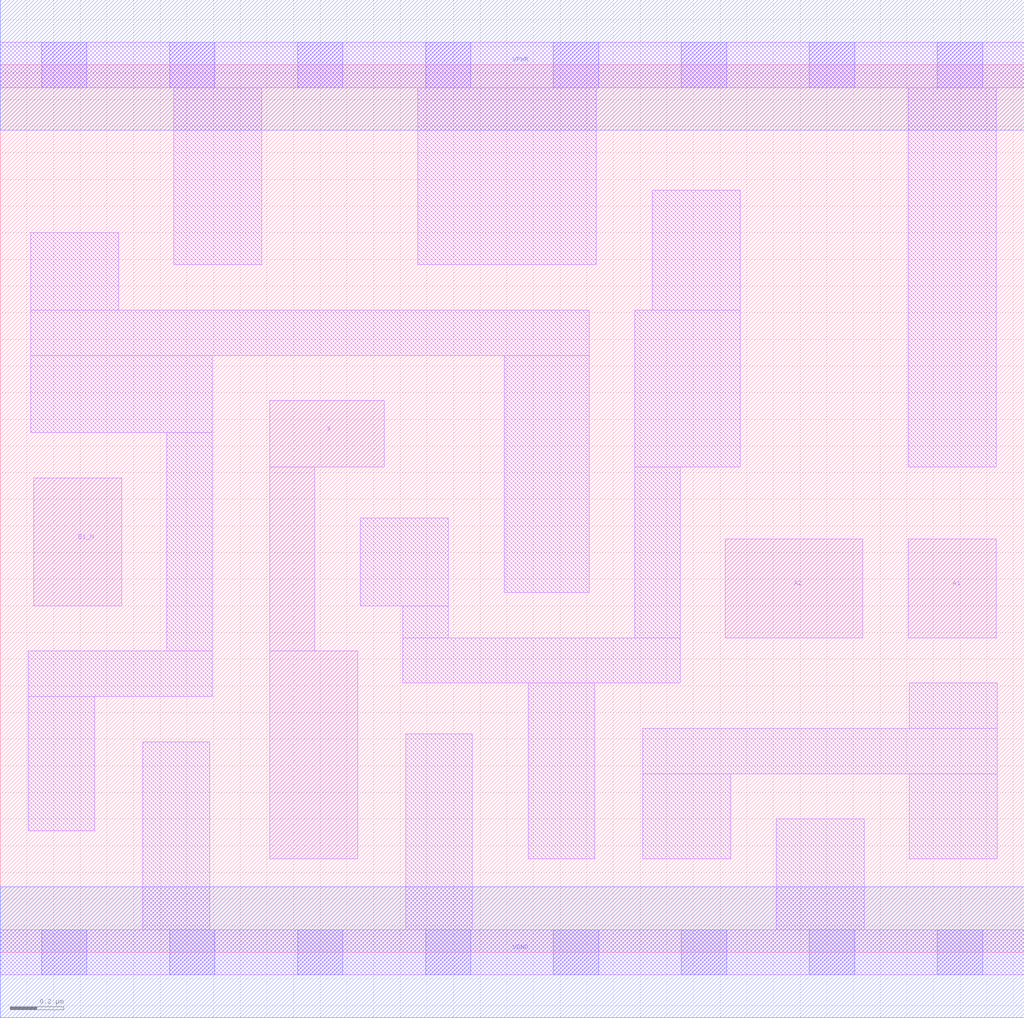
<source format=lef>
# Copyright 2020 The SkyWater PDK Authors
#
# Licensed under the Apache License, Version 2.0 (the "License");
# you may not use this file except in compliance with the License.
# You may obtain a copy of the License at
#
#     https://www.apache.org/licenses/LICENSE-2.0
#
# Unless required by applicable law or agreed to in writing, software
# distributed under the License is distributed on an "AS IS" BASIS,
# WITHOUT WARRANTIES OR CONDITIONS OF ANY KIND, either express or implied.
# See the License for the specific language governing permissions and
# limitations under the License.
#
# SPDX-License-Identifier: Apache-2.0

VERSION 5.5 ;
NAMESCASESENSITIVE ON ;
BUSBITCHARS "[]" ;
DIVIDERCHAR "/" ;
MACRO sky130_fd_sc_ls__o21ba_2
  CLASS CORE ;
  SOURCE USER ;
  ORIGIN  0.000000  0.000000 ;
  SIZE  3.840000 BY  3.330000 ;
  SYMMETRY X Y ;
  SITE unit ;
  PIN A1
    ANTENNAGATEAREA  0.261000 ;
    DIRECTION INPUT ;
    USE SIGNAL ;
    PORT
      LAYER li1 ;
        RECT 3.405000 1.180000 3.735000 1.550000 ;
    END
  END A1
  PIN A2
    ANTENNAGATEAREA  0.261000 ;
    DIRECTION INPUT ;
    USE SIGNAL ;
    PORT
      LAYER li1 ;
        RECT 2.720000 1.180000 3.235000 1.550000 ;
    END
  END A2
  PIN B1_N
    ANTENNAGATEAREA  0.208000 ;
    DIRECTION INPUT ;
    USE SIGNAL ;
    PORT
      LAYER li1 ;
        RECT 0.125000 1.300000 0.455000 1.780000 ;
    END
  END B1_N
  PIN X
    ANTENNADIFFAREA  0.543200 ;
    DIRECTION OUTPUT ;
    USE SIGNAL ;
    PORT
      LAYER li1 ;
        RECT 1.010000 0.350000 1.340000 1.130000 ;
        RECT 1.010000 1.130000 1.180000 1.820000 ;
        RECT 1.010000 1.820000 1.440000 2.070000 ;
    END
  END X
  PIN VGND
    DIRECTION INOUT ;
    SHAPE ABUTMENT ;
    USE GROUND ;
    PORT
      LAYER met1 ;
        RECT 0.000000 -0.245000 3.840000 0.245000 ;
    END
  END VGND
  PIN VNB
    DIRECTION INOUT ;
    USE GROUND ;
    PORT
    END
  END VNB
  PIN VPB
    DIRECTION INOUT ;
    USE POWER ;
    PORT
    END
  END VPB
  PIN VPWR
    DIRECTION INOUT ;
    SHAPE ABUTMENT ;
    USE POWER ;
    PORT
      LAYER met1 ;
        RECT 0.000000 3.085000 3.840000 3.575000 ;
    END
  END VPWR
  OBS
    LAYER li1 ;
      RECT 0.000000 -0.085000 3.840000 0.085000 ;
      RECT 0.000000  3.245000 3.840000 3.415000 ;
      RECT 0.105000  0.455000 0.355000 0.960000 ;
      RECT 0.105000  0.960000 0.795000 1.130000 ;
      RECT 0.115000  1.950000 0.795000 2.240000 ;
      RECT 0.115000  2.240000 2.210000 2.410000 ;
      RECT 0.115000  2.410000 0.445000 2.700000 ;
      RECT 0.535000  0.085000 0.785000 0.790000 ;
      RECT 0.625000  1.130000 0.795000 1.950000 ;
      RECT 0.650000  2.580000 0.980000 3.245000 ;
      RECT 1.350000  1.300000 1.680000 1.630000 ;
      RECT 1.510000  1.010000 2.550000 1.180000 ;
      RECT 1.510000  1.180000 1.680000 1.300000 ;
      RECT 1.520000  0.085000 1.770000 0.820000 ;
      RECT 1.565000  2.580000 2.235000 3.245000 ;
      RECT 1.890000  1.350000 2.210000 2.240000 ;
      RECT 1.980000  0.350000 2.230000 1.010000 ;
      RECT 2.380000  1.180000 2.550000 1.820000 ;
      RECT 2.380000  1.820000 2.775000 2.410000 ;
      RECT 2.410000  0.350000 2.740000 0.670000 ;
      RECT 2.410000  0.670000 3.740000 0.840000 ;
      RECT 2.445000  2.410000 2.775000 2.860000 ;
      RECT 2.910000  0.085000 3.240000 0.500000 ;
      RECT 3.405000  1.820000 3.735000 3.245000 ;
      RECT 3.410000  0.350000 3.740000 0.670000 ;
      RECT 3.410000  0.840000 3.740000 1.010000 ;
    LAYER mcon ;
      RECT 0.155000 -0.085000 0.325000 0.085000 ;
      RECT 0.155000  3.245000 0.325000 3.415000 ;
      RECT 0.635000 -0.085000 0.805000 0.085000 ;
      RECT 0.635000  3.245000 0.805000 3.415000 ;
      RECT 1.115000 -0.085000 1.285000 0.085000 ;
      RECT 1.115000  3.245000 1.285000 3.415000 ;
      RECT 1.595000 -0.085000 1.765000 0.085000 ;
      RECT 1.595000  3.245000 1.765000 3.415000 ;
      RECT 2.075000 -0.085000 2.245000 0.085000 ;
      RECT 2.075000  3.245000 2.245000 3.415000 ;
      RECT 2.555000 -0.085000 2.725000 0.085000 ;
      RECT 2.555000  3.245000 2.725000 3.415000 ;
      RECT 3.035000 -0.085000 3.205000 0.085000 ;
      RECT 3.035000  3.245000 3.205000 3.415000 ;
      RECT 3.515000 -0.085000 3.685000 0.085000 ;
      RECT 3.515000  3.245000 3.685000 3.415000 ;
  END
END sky130_fd_sc_ls__o21ba_2
END LIBRARY

</source>
